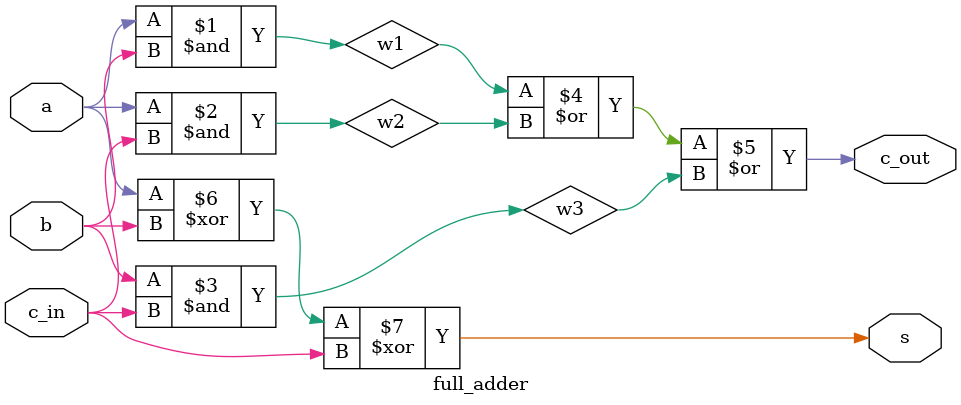
<source format=v>
module full_adder (a, b, c_in, s, c_out);
  // ----- port definitions -----
  input a, b, c_in;
  output s, c_out;

  // ----- intermediate signals -----
  wire w1, w2, w3;

  // ----- design implementation -----
  and And1 (w1, a, b);
  and And2 (w2, a, c_in);
  and And3 (w3, b, c_in);
  or Or1 (c_out, w1, w2, w3);
  xor Xor1 (s, a, b, c_in);
endmodule

</source>
